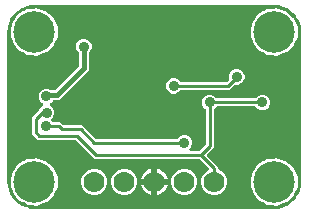
<source format=gbr>
G04 EAGLE Gerber RS-274X export*
G75*
%MOMM*%
%FSLAX34Y34*%
%LPD*%
%INBottom Copper*%
%IPPOS*%
%AMOC8*
5,1,8,0,0,1.08239X$1,22.5*%
G01*
%ADD10C,3.516000*%
%ADD11C,1.778000*%
%ADD12C,0.906400*%
%ADD13C,0.254000*%
%ADD14C,0.889000*%
%ADD15C,0.406400*%

G36*
X228622Y2543D02*
X228622Y2543D01*
X228700Y2545D01*
X232077Y2810D01*
X232145Y2824D01*
X232214Y2829D01*
X232370Y2869D01*
X238794Y4956D01*
X238901Y5006D01*
X239012Y5050D01*
X239063Y5083D01*
X239082Y5091D01*
X239097Y5104D01*
X239148Y5136D01*
X244612Y9107D01*
X244699Y9188D01*
X244746Y9227D01*
X244752Y9231D01*
X244753Y9233D01*
X244791Y9264D01*
X244829Y9310D01*
X244844Y9324D01*
X244855Y9342D01*
X244893Y9388D01*
X246586Y11717D01*
X246599Y11741D01*
X246616Y11761D01*
X246675Y11880D01*
X246739Y11996D01*
X246746Y12022D01*
X246758Y12046D01*
X246785Y12174D01*
X246799Y12185D01*
X246823Y12196D01*
X246925Y12281D01*
X247031Y12361D01*
X247048Y12381D01*
X247068Y12398D01*
X247171Y12522D01*
X248864Y14852D01*
X248921Y14956D01*
X248985Y15056D01*
X249007Y15113D01*
X249017Y15131D01*
X249022Y15151D01*
X249044Y15206D01*
X251131Y21630D01*
X251144Y21698D01*
X251167Y21764D01*
X251190Y21923D01*
X251455Y25300D01*
X251455Y25304D01*
X251456Y25307D01*
X251455Y25326D01*
X251459Y25400D01*
X251459Y152400D01*
X251457Y152422D01*
X251455Y152500D01*
X251190Y155877D01*
X251176Y155945D01*
X251171Y156014D01*
X251131Y156170D01*
X249044Y162594D01*
X248993Y162701D01*
X248950Y162812D01*
X248917Y162863D01*
X248909Y162882D01*
X248896Y162897D01*
X248864Y162948D01*
X247171Y165278D01*
X247153Y165297D01*
X247139Y165320D01*
X247044Y165413D01*
X246953Y165509D01*
X246931Y165524D01*
X246912Y165542D01*
X246798Y165608D01*
X246792Y165624D01*
X246789Y165651D01*
X246740Y165775D01*
X246697Y165900D01*
X246682Y165922D01*
X246672Y165947D01*
X246586Y166083D01*
X244893Y168412D01*
X244812Y168499D01*
X244736Y168591D01*
X244690Y168629D01*
X244676Y168644D01*
X244658Y168655D01*
X244612Y168693D01*
X239148Y172664D01*
X239044Y172721D01*
X238944Y172785D01*
X238887Y172807D01*
X238869Y172817D01*
X238849Y172822D01*
X238794Y172844D01*
X232370Y174931D01*
X232302Y174944D01*
X232236Y174967D01*
X232077Y174990D01*
X228700Y175255D01*
X228678Y175254D01*
X228600Y175259D01*
X25400Y175259D01*
X25378Y175257D01*
X25300Y175255D01*
X21923Y174990D01*
X21855Y174976D01*
X21786Y174971D01*
X21630Y174931D01*
X18892Y174041D01*
X18867Y174030D01*
X18842Y174024D01*
X18724Y173963D01*
X18604Y173906D01*
X18583Y173889D01*
X18560Y173877D01*
X18462Y173789D01*
X18445Y173788D01*
X18418Y173793D01*
X18286Y173785D01*
X18153Y173783D01*
X18127Y173775D01*
X18101Y173774D01*
X17945Y173734D01*
X15206Y172844D01*
X15099Y172794D01*
X14988Y172750D01*
X14937Y172717D01*
X14918Y172709D01*
X14903Y172696D01*
X14852Y172664D01*
X9388Y168693D01*
X9301Y168612D01*
X9209Y168536D01*
X9171Y168490D01*
X9156Y168476D01*
X9145Y168458D01*
X9107Y168412D01*
X5136Y162948D01*
X5079Y162844D01*
X5015Y162744D01*
X4993Y162687D01*
X4983Y162669D01*
X4978Y162649D01*
X4956Y162594D01*
X2869Y156170D01*
X2856Y156102D01*
X2833Y156036D01*
X2810Y155877D01*
X2545Y152500D01*
X2546Y152478D01*
X2541Y152400D01*
X2541Y25400D01*
X2543Y25378D01*
X2545Y25300D01*
X2810Y21923D01*
X2824Y21855D01*
X2829Y21786D01*
X2869Y21630D01*
X4956Y15206D01*
X5006Y15099D01*
X5050Y14988D01*
X5083Y14937D01*
X5091Y14918D01*
X5104Y14903D01*
X5136Y14852D01*
X9107Y9388D01*
X9127Y9366D01*
X9138Y9348D01*
X9184Y9305D01*
X9188Y9301D01*
X9264Y9209D01*
X9310Y9171D01*
X9324Y9156D01*
X9342Y9145D01*
X9388Y9107D01*
X14852Y5136D01*
X14956Y5079D01*
X15056Y5015D01*
X15113Y4993D01*
X15131Y4983D01*
X15151Y4978D01*
X15206Y4956D01*
X17945Y4066D01*
X17971Y4061D01*
X17996Y4051D01*
X18127Y4031D01*
X18257Y4006D01*
X18284Y4008D01*
X18310Y4004D01*
X18441Y4018D01*
X18455Y4008D01*
X18474Y3989D01*
X18585Y3917D01*
X18694Y3842D01*
X18719Y3832D01*
X18742Y3818D01*
X18891Y3759D01*
X21630Y2869D01*
X21698Y2856D01*
X21764Y2833D01*
X21923Y2810D01*
X25300Y2545D01*
X25322Y2546D01*
X25400Y2541D01*
X228600Y2541D01*
X228622Y2543D01*
G37*
%LPC*%
G36*
X175627Y14477D02*
X175627Y14477D01*
X171613Y16140D01*
X168540Y19213D01*
X166877Y23227D01*
X166877Y27573D01*
X168540Y31587D01*
X171613Y34660D01*
X172465Y35013D01*
X172508Y35037D01*
X172555Y35054D01*
X172646Y35116D01*
X172741Y35170D01*
X172777Y35205D01*
X172818Y35233D01*
X172891Y35315D01*
X172969Y35392D01*
X172995Y35434D01*
X173028Y35471D01*
X173078Y35569D01*
X173136Y35663D01*
X173150Y35710D01*
X173173Y35754D01*
X173197Y35862D01*
X173229Y35967D01*
X173232Y36016D01*
X173242Y36065D01*
X173239Y36175D01*
X173244Y36284D01*
X173234Y36333D01*
X173233Y36383D01*
X173202Y36488D01*
X173180Y36596D01*
X173158Y36640D01*
X173144Y36688D01*
X173089Y36782D01*
X173040Y36881D01*
X173008Y36919D01*
X172983Y36962D01*
X172876Y37083D01*
X165374Y44586D01*
X165295Y44646D01*
X165223Y44714D01*
X165170Y44743D01*
X165122Y44780D01*
X165031Y44820D01*
X164945Y44868D01*
X164886Y44883D01*
X164831Y44907D01*
X164733Y44922D01*
X164637Y44947D01*
X164537Y44953D01*
X164516Y44957D01*
X164504Y44955D01*
X164476Y44957D01*
X76453Y44957D01*
X60823Y60588D01*
X60744Y60648D01*
X60672Y60716D01*
X60619Y60745D01*
X60571Y60782D01*
X60480Y60822D01*
X60394Y60870D01*
X60335Y60885D01*
X60280Y60909D01*
X60182Y60924D01*
X60086Y60949D01*
X59986Y60955D01*
X59965Y60959D01*
X59953Y60957D01*
X59925Y60959D01*
X28350Y60959D01*
X23367Y65942D01*
X23367Y80108D01*
X25674Y82414D01*
X29474Y86215D01*
X29480Y86222D01*
X29487Y86228D01*
X29577Y86348D01*
X29669Y86466D01*
X29673Y86475D01*
X29679Y86482D01*
X29749Y86627D01*
X30221Y87765D01*
X32067Y89611D01*
X32278Y89699D01*
X32399Y89767D01*
X32522Y89832D01*
X32537Y89846D01*
X32554Y89856D01*
X32654Y89953D01*
X32757Y90046D01*
X32768Y90063D01*
X32783Y90077D01*
X32855Y90196D01*
X32932Y90312D01*
X32938Y90331D01*
X32949Y90348D01*
X32990Y90482D01*
X33035Y90613D01*
X33037Y90633D01*
X33043Y90652D01*
X33049Y90791D01*
X33060Y90930D01*
X33057Y90950D01*
X33058Y90970D01*
X33030Y91106D01*
X33006Y91243D01*
X32997Y91262D01*
X32993Y91282D01*
X32932Y91407D01*
X32875Y91533D01*
X32863Y91549D01*
X32854Y91567D01*
X32763Y91673D01*
X32677Y91782D01*
X32660Y91794D01*
X32647Y91809D01*
X32534Y91889D01*
X32423Y91973D01*
X32397Y91985D01*
X32387Y91992D01*
X32368Y92000D01*
X32278Y92044D01*
X31841Y92225D01*
X29995Y94071D01*
X28995Y96484D01*
X28995Y99096D01*
X29995Y101509D01*
X31841Y103355D01*
X34254Y104355D01*
X36866Y104355D01*
X39366Y103319D01*
X39389Y103302D01*
X39480Y103262D01*
X39566Y103214D01*
X39625Y103199D01*
X39681Y103175D01*
X39779Y103160D01*
X39874Y103135D01*
X39974Y103129D01*
X39995Y103125D01*
X40007Y103127D01*
X40035Y103125D01*
X42241Y103125D01*
X42339Y103137D01*
X42438Y103140D01*
X42496Y103157D01*
X42556Y103165D01*
X42648Y103201D01*
X42743Y103229D01*
X42795Y103259D01*
X42852Y103282D01*
X42932Y103340D01*
X43017Y103390D01*
X43093Y103456D01*
X43109Y103468D01*
X43117Y103478D01*
X43138Y103496D01*
X62874Y123232D01*
X62934Y123310D01*
X63002Y123382D01*
X63031Y123435D01*
X63068Y123483D01*
X63108Y123574D01*
X63156Y123661D01*
X63171Y123719D01*
X63195Y123775D01*
X63210Y123873D01*
X63235Y123969D01*
X63241Y124069D01*
X63245Y124089D01*
X63243Y124101D01*
X63245Y124129D01*
X63245Y134332D01*
X63233Y134430D01*
X63230Y134529D01*
X63213Y134588D01*
X63205Y134648D01*
X63169Y134740D01*
X63141Y134835D01*
X63111Y134887D01*
X63088Y134943D01*
X63030Y135023D01*
X62980Y135109D01*
X62914Y135184D01*
X62902Y135201D01*
X62892Y135208D01*
X62874Y135230D01*
X61818Y136285D01*
X60832Y138665D01*
X60832Y141243D01*
X61818Y143623D01*
X63641Y145446D01*
X66021Y146432D01*
X68599Y146432D01*
X70979Y145446D01*
X72802Y143623D01*
X73788Y141243D01*
X73788Y138665D01*
X72802Y136285D01*
X71746Y135230D01*
X71686Y135151D01*
X71618Y135079D01*
X71589Y135026D01*
X71552Y134978D01*
X71512Y134887D01*
X71464Y134801D01*
X71449Y134742D01*
X71425Y134686D01*
X71410Y134588D01*
X71385Y134493D01*
X71379Y134393D01*
X71375Y134372D01*
X71377Y134360D01*
X71375Y134332D01*
X71375Y120236D01*
X46134Y94995D01*
X42356Y94995D01*
X42327Y94992D01*
X42297Y94994D01*
X42169Y94972D01*
X42041Y94955D01*
X42013Y94945D01*
X41984Y94940D01*
X41865Y94886D01*
X41745Y94838D01*
X41721Y94821D01*
X41694Y94809D01*
X41593Y94728D01*
X41488Y94652D01*
X41469Y94629D01*
X41446Y94610D01*
X41368Y94507D01*
X41285Y94407D01*
X41272Y94380D01*
X41254Y94356D01*
X41183Y94212D01*
X41125Y94071D01*
X39279Y92225D01*
X39068Y92138D01*
X38947Y92069D01*
X38824Y92004D01*
X38809Y91990D01*
X38792Y91980D01*
X38692Y91883D01*
X38589Y91790D01*
X38578Y91773D01*
X38563Y91759D01*
X38491Y91640D01*
X38414Y91524D01*
X38408Y91505D01*
X38397Y91488D01*
X38356Y91355D01*
X38311Y91223D01*
X38310Y91203D01*
X38304Y91184D01*
X38297Y91045D01*
X38286Y90906D01*
X38289Y90886D01*
X38288Y90866D01*
X38316Y90730D01*
X38340Y90593D01*
X38349Y90574D01*
X38353Y90555D01*
X38414Y90429D01*
X38471Y90303D01*
X38483Y90287D01*
X38492Y90269D01*
X38583Y90163D01*
X38669Y90054D01*
X38686Y90042D01*
X38699Y90027D01*
X38812Y89947D01*
X38924Y89863D01*
X38949Y89851D01*
X38959Y89844D01*
X38978Y89837D01*
X39068Y89792D01*
X39505Y89611D01*
X41351Y87765D01*
X42351Y85352D01*
X42351Y82740D01*
X41351Y80327D01*
X40026Y79003D01*
X39953Y78908D01*
X39875Y78819D01*
X39856Y78783D01*
X39832Y78751D01*
X39784Y78642D01*
X39730Y78536D01*
X39721Y78497D01*
X39705Y78459D01*
X39686Y78342D01*
X39660Y78226D01*
X39662Y78185D01*
X39655Y78145D01*
X39666Y78027D01*
X39670Y77908D01*
X39681Y77869D01*
X39685Y77829D01*
X39725Y77716D01*
X39758Y77602D01*
X39779Y77568D01*
X39793Y77529D01*
X39860Y77431D01*
X39920Y77328D01*
X39960Y77283D01*
X39971Y77266D01*
X39987Y77253D01*
X40026Y77208D01*
X41169Y76064D01*
X41248Y76004D01*
X41320Y75936D01*
X41373Y75907D01*
X41421Y75870D01*
X41512Y75830D01*
X41598Y75782D01*
X41657Y75767D01*
X41713Y75743D01*
X41811Y75728D01*
X41906Y75703D01*
X42006Y75697D01*
X42027Y75693D01*
X42039Y75695D01*
X42067Y75693D01*
X47320Y75693D01*
X49488Y73524D01*
X49566Y73464D01*
X49638Y73396D01*
X49691Y73367D01*
X49739Y73330D01*
X49830Y73290D01*
X49917Y73242D01*
X49975Y73227D01*
X50031Y73203D01*
X50129Y73188D01*
X50225Y73163D01*
X50325Y73157D01*
X50345Y73153D01*
X50357Y73155D01*
X50385Y73153D01*
X66138Y73153D01*
X77196Y62094D01*
X77275Y62034D01*
X77347Y61966D01*
X77400Y61937D01*
X77448Y61900D01*
X77539Y61860D01*
X77625Y61812D01*
X77684Y61797D01*
X77739Y61773D01*
X77837Y61758D01*
X77933Y61733D01*
X78033Y61727D01*
X78054Y61723D01*
X78066Y61725D01*
X78094Y61723D01*
X145893Y61723D01*
X145991Y61735D01*
X146090Y61738D01*
X146148Y61755D01*
X146209Y61763D01*
X146301Y61799D01*
X146396Y61827D01*
X146448Y61857D01*
X146504Y61880D01*
X146584Y61938D01*
X146670Y61988D01*
X146745Y62054D01*
X146762Y62066D01*
X146769Y62076D01*
X146791Y62094D01*
X148681Y63985D01*
X151094Y64985D01*
X153706Y64985D01*
X156119Y63985D01*
X157965Y62139D01*
X158965Y59726D01*
X158965Y57114D01*
X157965Y54701D01*
X156993Y53729D01*
X156909Y53620D01*
X156820Y53513D01*
X156811Y53494D01*
X156798Y53478D01*
X156743Y53351D01*
X156684Y53225D01*
X156680Y53205D01*
X156672Y53186D01*
X156650Y53048D01*
X156624Y52912D01*
X156625Y52892D01*
X156622Y52872D01*
X156635Y52733D01*
X156644Y52595D01*
X156650Y52576D01*
X156652Y52556D01*
X156699Y52424D01*
X156742Y52293D01*
X156753Y52275D01*
X156760Y52256D01*
X156838Y52141D01*
X156912Y52024D01*
X156927Y52010D01*
X156938Y51993D01*
X157042Y51901D01*
X157144Y51806D01*
X157162Y51796D01*
X157177Y51783D01*
X157300Y51720D01*
X157422Y51652D01*
X157442Y51647D01*
X157460Y51638D01*
X157596Y51608D01*
X157730Y51573D01*
X157758Y51571D01*
X157770Y51568D01*
X157791Y51569D01*
X157891Y51563D01*
X164476Y51563D01*
X164574Y51575D01*
X164673Y51578D01*
X164732Y51595D01*
X164792Y51603D01*
X164884Y51639D01*
X164979Y51667D01*
X165031Y51697D01*
X165087Y51720D01*
X165167Y51778D01*
X165253Y51828D01*
X165328Y51894D01*
X165345Y51906D01*
X165353Y51916D01*
X165374Y51934D01*
X170126Y56686D01*
X170186Y56765D01*
X170254Y56837D01*
X170283Y56890D01*
X170320Y56938D01*
X170360Y57029D01*
X170408Y57115D01*
X170423Y57174D01*
X170447Y57229D01*
X170462Y57327D01*
X170487Y57423D01*
X170493Y57523D01*
X170497Y57544D01*
X170495Y57556D01*
X170497Y57584D01*
X170497Y86203D01*
X170485Y86301D01*
X170482Y86400D01*
X170465Y86458D01*
X170457Y86519D01*
X170421Y86611D01*
X170393Y86706D01*
X170363Y86758D01*
X170340Y86814D01*
X170282Y86894D01*
X170232Y86980D01*
X170166Y87055D01*
X170154Y87072D01*
X170144Y87079D01*
X170126Y87101D01*
X168235Y88991D01*
X167235Y91404D01*
X167235Y94016D01*
X168235Y96429D01*
X170081Y98275D01*
X172494Y99275D01*
X175106Y99275D01*
X177519Y98275D01*
X179409Y96384D01*
X179488Y96324D01*
X179560Y96256D01*
X179613Y96227D01*
X179661Y96190D01*
X179752Y96150D01*
X179838Y96102D01*
X179897Y96087D01*
X179953Y96063D01*
X180051Y96048D01*
X180146Y96023D01*
X180246Y96017D01*
X180267Y96013D01*
X180279Y96015D01*
X180307Y96013D01*
X211933Y96013D01*
X212031Y96025D01*
X212130Y96028D01*
X212188Y96045D01*
X212249Y96053D01*
X212341Y96089D01*
X212436Y96117D01*
X212488Y96147D01*
X212544Y96170D01*
X212624Y96228D01*
X212710Y96278D01*
X212785Y96344D01*
X212802Y96356D01*
X212809Y96366D01*
X212831Y96384D01*
X214721Y98275D01*
X217134Y99275D01*
X219746Y99275D01*
X222159Y98275D01*
X224005Y96429D01*
X225005Y94016D01*
X225005Y91404D01*
X224005Y88991D01*
X222159Y87145D01*
X219746Y86145D01*
X217134Y86145D01*
X214721Y87145D01*
X212831Y89036D01*
X212752Y89096D01*
X212680Y89164D01*
X212627Y89193D01*
X212579Y89230D01*
X212488Y89270D01*
X212402Y89318D01*
X212343Y89333D01*
X212287Y89357D01*
X212189Y89372D01*
X212094Y89397D01*
X211994Y89403D01*
X211973Y89407D01*
X211961Y89405D01*
X211933Y89407D01*
X180307Y89407D01*
X180209Y89395D01*
X180110Y89392D01*
X180052Y89375D01*
X179991Y89367D01*
X179899Y89331D01*
X179804Y89303D01*
X179752Y89273D01*
X179696Y89250D01*
X179616Y89192D01*
X179530Y89142D01*
X179455Y89076D01*
X179438Y89064D01*
X179431Y89054D01*
X179409Y89036D01*
X177474Y87101D01*
X177414Y87022D01*
X177346Y86950D01*
X177317Y86897D01*
X177280Y86849D01*
X177240Y86758D01*
X177192Y86672D01*
X177177Y86613D01*
X177153Y86557D01*
X177138Y86459D01*
X177113Y86364D01*
X177107Y86264D01*
X177103Y86243D01*
X177105Y86231D01*
X177103Y86203D01*
X177103Y54322D01*
X171938Y49158D01*
X171865Y49063D01*
X171787Y48974D01*
X171768Y48938D01*
X171743Y48906D01*
X171696Y48797D01*
X171642Y48691D01*
X171633Y48652D01*
X171617Y48614D01*
X171598Y48497D01*
X171572Y48381D01*
X171573Y48340D01*
X171567Y48300D01*
X171578Y48182D01*
X171582Y48063D01*
X171593Y48024D01*
X171597Y47984D01*
X171637Y47871D01*
X171670Y47757D01*
X171691Y47723D01*
X171705Y47684D01*
X171771Y47586D01*
X171832Y47483D01*
X171872Y47438D01*
X171883Y47421D01*
X171898Y47408D01*
X171938Y47363D01*
X181103Y38198D01*
X181103Y36703D01*
X181106Y36673D01*
X181104Y36644D01*
X181126Y36516D01*
X181143Y36387D01*
X181153Y36360D01*
X181158Y36331D01*
X181212Y36212D01*
X181260Y36091D01*
X181277Y36068D01*
X181289Y36041D01*
X181370Y35939D01*
X181446Y35834D01*
X181469Y35815D01*
X181488Y35792D01*
X181591Y35714D01*
X181691Y35631D01*
X181718Y35619D01*
X181742Y35601D01*
X181886Y35530D01*
X183987Y34660D01*
X187060Y31587D01*
X188723Y27573D01*
X188723Y23227D01*
X187060Y19213D01*
X183987Y16140D01*
X179973Y14477D01*
X175627Y14477D01*
G37*
%LPD*%
%LPC*%
G36*
X23676Y132780D02*
X23676Y132780D01*
X23658Y132780D01*
X23543Y132787D01*
X21499Y132787D01*
X20951Y133014D01*
X20853Y133041D01*
X20757Y133077D01*
X20665Y133092D01*
X20644Y133098D01*
X20631Y133098D01*
X20598Y133104D01*
X19179Y133253D01*
X16215Y134964D01*
X16212Y134965D01*
X16210Y134967D01*
X16066Y135038D01*
X14290Y135773D01*
X13693Y136370D01*
X13626Y136422D01*
X13565Y136483D01*
X13451Y136558D01*
X13442Y136565D01*
X13438Y136567D01*
X13431Y136572D01*
X11929Y137439D01*
X10139Y139903D01*
X10126Y139917D01*
X10116Y139933D01*
X10009Y140054D01*
X8773Y141290D01*
X8357Y142296D01*
X8322Y142356D01*
X8297Y142420D01*
X8211Y142556D01*
X7008Y144211D01*
X6447Y146850D01*
X6436Y146883D01*
X6431Y146919D01*
X6379Y147071D01*
X5787Y148499D01*
X5787Y149822D01*
X5781Y149874D01*
X5783Y149926D01*
X5760Y150086D01*
X5268Y152400D01*
X5760Y154714D01*
X5764Y154767D01*
X5777Y154818D01*
X5787Y154978D01*
X5787Y156301D01*
X6379Y157729D01*
X6388Y157763D01*
X6404Y157795D01*
X6447Y157950D01*
X7008Y160589D01*
X8211Y162244D01*
X8244Y162305D01*
X8286Y162360D01*
X8357Y162504D01*
X8773Y163510D01*
X10009Y164746D01*
X10021Y164761D01*
X10036Y164773D01*
X10139Y164897D01*
X11929Y167361D01*
X13431Y168228D01*
X13499Y168280D01*
X13573Y168324D01*
X13675Y168414D01*
X13684Y168421D01*
X13687Y168424D01*
X13693Y168430D01*
X14290Y169027D01*
X16066Y169762D01*
X16068Y169764D01*
X16070Y169764D01*
X16215Y169836D01*
X18972Y171428D01*
X18993Y171444D01*
X19017Y171455D01*
X19119Y171540D01*
X19166Y171575D01*
X19203Y171568D01*
X19229Y171569D01*
X19256Y171565D01*
X19416Y171572D01*
X20598Y171696D01*
X20698Y171720D01*
X20799Y171734D01*
X20887Y171764D01*
X20908Y171769D01*
X20920Y171775D01*
X20951Y171786D01*
X21499Y172013D01*
X23543Y172013D01*
X23560Y172015D01*
X23676Y172020D01*
X27504Y172422D01*
X28573Y172075D01*
X28690Y172053D01*
X28805Y172023D01*
X28865Y172019D01*
X28885Y172015D01*
X28906Y172017D01*
X28965Y172013D01*
X29301Y172013D01*
X31209Y171223D01*
X31230Y171217D01*
X31302Y171188D01*
X35466Y169835D01*
X36078Y169285D01*
X36188Y169208D01*
X36297Y169126D01*
X36327Y169111D01*
X36339Y169103D01*
X36359Y169096D01*
X36441Y169055D01*
X36510Y169027D01*
X37805Y167732D01*
X37819Y167721D01*
X37853Y167686D01*
X41687Y164234D01*
X41900Y163756D01*
X41979Y163626D01*
X42250Y162972D01*
X42255Y162963D01*
X42263Y162941D01*
X45092Y156586D01*
X45092Y148214D01*
X42263Y141859D01*
X42260Y141849D01*
X42250Y141828D01*
X41994Y141211D01*
X41975Y141187D01*
X41970Y141179D01*
X41968Y141175D01*
X41963Y141165D01*
X41900Y141044D01*
X41687Y140566D01*
X37853Y137114D01*
X37841Y137100D01*
X37804Y137068D01*
X36510Y135773D01*
X36441Y135745D01*
X36324Y135678D01*
X36204Y135615D01*
X36177Y135594D01*
X36165Y135587D01*
X36149Y135572D01*
X36078Y135515D01*
X35466Y134965D01*
X31302Y133612D01*
X31283Y133603D01*
X31209Y133577D01*
X29301Y132787D01*
X28965Y132787D01*
X28848Y132772D01*
X28729Y132765D01*
X28670Y132750D01*
X28650Y132747D01*
X28631Y132740D01*
X28573Y132725D01*
X27504Y132378D01*
X23676Y132780D01*
G37*
%LPD*%
%LPC*%
G36*
X226876Y132780D02*
X226876Y132780D01*
X226858Y132780D01*
X226743Y132787D01*
X224699Y132787D01*
X224151Y133014D01*
X224052Y133041D01*
X223957Y133077D01*
X223865Y133092D01*
X223844Y133098D01*
X223831Y133098D01*
X223798Y133104D01*
X222379Y133253D01*
X219415Y134964D01*
X219413Y134965D01*
X219410Y134967D01*
X219266Y135038D01*
X217490Y135773D01*
X216893Y136370D01*
X216826Y136422D01*
X216765Y136483D01*
X216651Y136558D01*
X216642Y136565D01*
X216638Y136567D01*
X216631Y136572D01*
X215129Y137439D01*
X213339Y139903D01*
X213326Y139917D01*
X213316Y139933D01*
X213209Y140054D01*
X211973Y141290D01*
X211557Y142296D01*
X211522Y142356D01*
X211497Y142420D01*
X211411Y142556D01*
X210208Y144211D01*
X209647Y146849D01*
X209636Y146883D01*
X209631Y146919D01*
X209579Y147071D01*
X208987Y148499D01*
X208987Y149822D01*
X208981Y149874D01*
X208983Y149926D01*
X208960Y150086D01*
X208468Y152400D01*
X208960Y154714D01*
X208964Y154767D01*
X208977Y154817D01*
X208987Y154978D01*
X208987Y156301D01*
X209579Y157729D01*
X209588Y157763D01*
X209604Y157795D01*
X209647Y157951D01*
X210208Y160589D01*
X211411Y162244D01*
X211444Y162305D01*
X211486Y162360D01*
X211557Y162504D01*
X211973Y163510D01*
X213209Y164746D01*
X213221Y164761D01*
X213236Y164773D01*
X213339Y164897D01*
X215129Y167361D01*
X216631Y168228D01*
X216699Y168280D01*
X216773Y168324D01*
X216875Y168414D01*
X216884Y168421D01*
X216887Y168424D01*
X216893Y168430D01*
X217490Y169027D01*
X219266Y169762D01*
X219268Y169764D01*
X219271Y169764D01*
X219415Y169836D01*
X222379Y171547D01*
X223798Y171696D01*
X223898Y171720D01*
X223999Y171734D01*
X224087Y171764D01*
X224108Y171769D01*
X224120Y171775D01*
X224151Y171786D01*
X224699Y172013D01*
X226743Y172013D01*
X226760Y172015D01*
X226876Y172020D01*
X230704Y172422D01*
X231773Y172075D01*
X231890Y172053D01*
X232005Y172023D01*
X232065Y172019D01*
X232085Y172015D01*
X232106Y172017D01*
X232165Y172013D01*
X232501Y172013D01*
X234409Y171222D01*
X234430Y171217D01*
X234503Y171188D01*
X238666Y169835D01*
X239278Y169285D01*
X239389Y169207D01*
X239497Y169126D01*
X239527Y169111D01*
X239539Y169103D01*
X239559Y169096D01*
X239641Y169055D01*
X239710Y169027D01*
X241005Y167732D01*
X241019Y167721D01*
X241053Y167686D01*
X244710Y164393D01*
X244732Y164378D01*
X244750Y164359D01*
X244862Y164288D01*
X244910Y164254D01*
X244914Y164217D01*
X244924Y164192D01*
X244929Y164166D01*
X244985Y164015D01*
X245100Y163756D01*
X245179Y163626D01*
X245450Y162971D01*
X245455Y162962D01*
X245463Y162941D01*
X248292Y156586D01*
X248292Y148214D01*
X245463Y141859D01*
X245460Y141849D01*
X245450Y141829D01*
X245194Y141211D01*
X245175Y141187D01*
X245170Y141179D01*
X245168Y141175D01*
X245163Y141164D01*
X245100Y141044D01*
X244887Y140566D01*
X241053Y137114D01*
X241041Y137100D01*
X241005Y137068D01*
X239710Y135773D01*
X239641Y135745D01*
X239524Y135678D01*
X239404Y135615D01*
X239377Y135594D01*
X239365Y135587D01*
X239350Y135572D01*
X239278Y135515D01*
X238666Y134965D01*
X234502Y133612D01*
X234483Y133603D01*
X234409Y133577D01*
X232501Y132787D01*
X232165Y132787D01*
X232047Y132772D01*
X231929Y132765D01*
X231870Y132750D01*
X231850Y132747D01*
X231831Y132740D01*
X231773Y132725D01*
X230704Y132378D01*
X226876Y132780D01*
G37*
%LPD*%
%LPC*%
G36*
X226876Y5780D02*
X226876Y5780D01*
X226858Y5780D01*
X226743Y5787D01*
X224699Y5787D01*
X224151Y6014D01*
X224052Y6041D01*
X223957Y6077D01*
X223865Y6092D01*
X223844Y6098D01*
X223831Y6098D01*
X223798Y6104D01*
X222379Y6253D01*
X219415Y7964D01*
X219413Y7965D01*
X219410Y7967D01*
X219266Y8038D01*
X217490Y8773D01*
X216893Y9370D01*
X216826Y9422D01*
X216765Y9483D01*
X216651Y9558D01*
X216642Y9565D01*
X216638Y9567D01*
X216631Y9572D01*
X215129Y10439D01*
X213339Y12903D01*
X213326Y12917D01*
X213316Y12933D01*
X213209Y13054D01*
X211973Y14290D01*
X211557Y15296D01*
X211522Y15356D01*
X211497Y15420D01*
X211411Y15556D01*
X210208Y17211D01*
X209647Y19849D01*
X209636Y19883D01*
X209631Y19919D01*
X209579Y20071D01*
X208987Y21499D01*
X208987Y22822D01*
X208981Y22874D01*
X208983Y22926D01*
X208960Y23086D01*
X208468Y25400D01*
X208960Y27714D01*
X208964Y27767D01*
X208977Y27817D01*
X208987Y27978D01*
X208987Y29301D01*
X209579Y30729D01*
X209588Y30763D01*
X209604Y30795D01*
X209647Y30951D01*
X210208Y33589D01*
X211411Y35244D01*
X211444Y35305D01*
X211486Y35360D01*
X211557Y35504D01*
X211973Y36510D01*
X213209Y37746D01*
X213221Y37761D01*
X213236Y37773D01*
X213339Y37897D01*
X215129Y40361D01*
X216631Y41228D01*
X216699Y41280D01*
X216773Y41324D01*
X216875Y41414D01*
X216884Y41421D01*
X216887Y41424D01*
X216893Y41430D01*
X217490Y42027D01*
X219266Y42762D01*
X219268Y42764D01*
X219271Y42764D01*
X219415Y42836D01*
X222379Y44547D01*
X223798Y44696D01*
X223898Y44720D01*
X223999Y44734D01*
X224087Y44764D01*
X224108Y44769D01*
X224120Y44775D01*
X224151Y44786D01*
X224699Y45013D01*
X226743Y45013D01*
X226760Y45015D01*
X226876Y45020D01*
X230704Y45422D01*
X231773Y45075D01*
X231890Y45053D01*
X232005Y45023D01*
X232065Y45019D01*
X232085Y45015D01*
X232106Y45017D01*
X232165Y45013D01*
X232501Y45013D01*
X234409Y44222D01*
X234430Y44217D01*
X234503Y44188D01*
X238666Y42835D01*
X239278Y42285D01*
X239389Y42207D01*
X239497Y42126D01*
X239527Y42111D01*
X239539Y42103D01*
X239559Y42096D01*
X239641Y42055D01*
X239710Y42027D01*
X241005Y40732D01*
X241019Y40721D01*
X241053Y40686D01*
X244887Y37234D01*
X245100Y36756D01*
X245179Y36626D01*
X245450Y35971D01*
X245455Y35962D01*
X245463Y35941D01*
X248292Y29586D01*
X248292Y21214D01*
X245463Y14859D01*
X245460Y14849D01*
X245450Y14829D01*
X245194Y14211D01*
X245175Y14187D01*
X245170Y14178D01*
X245168Y14175D01*
X245163Y14165D01*
X245100Y14044D01*
X244985Y13785D01*
X244977Y13759D01*
X244964Y13736D01*
X244931Y13607D01*
X244914Y13552D01*
X244880Y13536D01*
X244860Y13519D01*
X244836Y13507D01*
X244710Y13407D01*
X241053Y10114D01*
X241041Y10100D01*
X241005Y10068D01*
X239710Y8773D01*
X239641Y8745D01*
X239524Y8678D01*
X239404Y8615D01*
X239377Y8594D01*
X239365Y8587D01*
X239350Y8572D01*
X239278Y8515D01*
X238666Y7965D01*
X234502Y6612D01*
X234483Y6603D01*
X234409Y6577D01*
X232501Y5787D01*
X232165Y5787D01*
X232047Y5772D01*
X231929Y5765D01*
X231870Y5750D01*
X231850Y5747D01*
X231831Y5740D01*
X231773Y5725D01*
X230704Y5378D01*
X226876Y5780D01*
G37*
%LPD*%
%LPC*%
G36*
X23676Y5780D02*
X23676Y5780D01*
X23658Y5780D01*
X23543Y5787D01*
X21499Y5787D01*
X20951Y6014D01*
X20852Y6041D01*
X20757Y6077D01*
X20665Y6092D01*
X20644Y6098D01*
X20631Y6098D01*
X20598Y6104D01*
X19416Y6228D01*
X19390Y6227D01*
X19364Y6232D01*
X19231Y6224D01*
X19173Y6223D01*
X19147Y6250D01*
X19125Y6265D01*
X19106Y6283D01*
X18972Y6372D01*
X16215Y7964D01*
X16213Y7965D01*
X16210Y7967D01*
X16066Y8038D01*
X14290Y8773D01*
X13693Y9370D01*
X13626Y9422D01*
X13565Y9483D01*
X13451Y9558D01*
X13442Y9565D01*
X13438Y9567D01*
X13431Y9572D01*
X11929Y10439D01*
X10139Y12903D01*
X10126Y12917D01*
X10116Y12933D01*
X10009Y13054D01*
X8773Y14290D01*
X8357Y15296D01*
X8322Y15356D01*
X8297Y15420D01*
X8211Y15556D01*
X7008Y17211D01*
X6447Y19849D01*
X6436Y19883D01*
X6431Y19919D01*
X6379Y20071D01*
X5787Y21499D01*
X5787Y22822D01*
X5781Y22874D01*
X5783Y22926D01*
X5760Y23086D01*
X5268Y25400D01*
X5760Y27714D01*
X5764Y27767D01*
X5777Y27817D01*
X5787Y27978D01*
X5787Y29301D01*
X6379Y30729D01*
X6388Y30763D01*
X6404Y30795D01*
X6447Y30951D01*
X7008Y33589D01*
X8211Y35244D01*
X8244Y35305D01*
X8286Y35360D01*
X8357Y35504D01*
X8773Y36510D01*
X10009Y37746D01*
X10021Y37761D01*
X10036Y37773D01*
X10139Y37897D01*
X11929Y40361D01*
X13431Y41228D01*
X13499Y41280D01*
X13573Y41324D01*
X13675Y41414D01*
X13684Y41421D01*
X13687Y41424D01*
X13693Y41430D01*
X14290Y42027D01*
X16066Y42762D01*
X16068Y42764D01*
X16071Y42764D01*
X16215Y42836D01*
X19179Y44547D01*
X20598Y44696D01*
X20698Y44720D01*
X20799Y44734D01*
X20887Y44764D01*
X20908Y44769D01*
X20920Y44775D01*
X20951Y44786D01*
X21499Y45013D01*
X23543Y45013D01*
X23560Y45015D01*
X23676Y45020D01*
X27504Y45422D01*
X28573Y45075D01*
X28690Y45053D01*
X28805Y45023D01*
X28865Y45019D01*
X28885Y45015D01*
X28906Y45017D01*
X28965Y45013D01*
X29301Y45013D01*
X31209Y44222D01*
X31230Y44217D01*
X31303Y44188D01*
X35466Y42835D01*
X36078Y42285D01*
X36189Y42207D01*
X36297Y42126D01*
X36327Y42111D01*
X36339Y42103D01*
X36359Y42096D01*
X36441Y42055D01*
X36510Y42027D01*
X37805Y40732D01*
X37819Y40721D01*
X37853Y40686D01*
X41687Y37234D01*
X41900Y36756D01*
X41979Y36626D01*
X42250Y35971D01*
X42255Y35962D01*
X42263Y35941D01*
X45092Y29586D01*
X45092Y21214D01*
X42263Y14859D01*
X42260Y14849D01*
X42250Y14829D01*
X41994Y14211D01*
X41975Y14187D01*
X41970Y14179D01*
X41968Y14175D01*
X41963Y14164D01*
X41900Y14044D01*
X41687Y13566D01*
X37853Y10114D01*
X37841Y10100D01*
X37805Y10068D01*
X36510Y8773D01*
X36441Y8745D01*
X36324Y8678D01*
X36204Y8615D01*
X36177Y8594D01*
X36165Y8587D01*
X36150Y8572D01*
X36078Y8515D01*
X35466Y7965D01*
X31302Y6612D01*
X31283Y6603D01*
X31209Y6577D01*
X29301Y5787D01*
X28965Y5787D01*
X28847Y5772D01*
X28729Y5765D01*
X28670Y5750D01*
X28650Y5747D01*
X28631Y5740D01*
X28573Y5725D01*
X27504Y5378D01*
X23676Y5780D01*
G37*
%LPD*%
%LPC*%
G36*
X142221Y100202D02*
X142221Y100202D01*
X139841Y101188D01*
X138018Y103011D01*
X137032Y105391D01*
X137032Y107969D01*
X138018Y110349D01*
X139841Y112172D01*
X142221Y113158D01*
X144799Y113158D01*
X147179Y112172D01*
X148996Y110354D01*
X149075Y110294D01*
X149147Y110226D01*
X149200Y110197D01*
X149248Y110160D01*
X149339Y110120D01*
X149425Y110072D01*
X149484Y110057D01*
X149540Y110033D01*
X149638Y110018D01*
X149733Y109993D01*
X149833Y109987D01*
X149854Y109983D01*
X149866Y109985D01*
X149894Y109983D01*
X187336Y109983D01*
X187434Y109995D01*
X187533Y109998D01*
X187592Y110015D01*
X187652Y110023D01*
X187744Y110059D01*
X187839Y110087D01*
X187891Y110117D01*
X187947Y110140D01*
X188027Y110198D01*
X188113Y110248D01*
X188188Y110314D01*
X188205Y110326D01*
X188213Y110336D01*
X188234Y110354D01*
X189914Y112034D01*
X189974Y112113D01*
X190042Y112185D01*
X190071Y112238D01*
X190108Y112286D01*
X190148Y112377D01*
X190196Y112463D01*
X190211Y112522D01*
X190235Y112577D01*
X190250Y112675D01*
X190275Y112771D01*
X190281Y112871D01*
X190285Y112892D01*
X190283Y112904D01*
X190285Y112932D01*
X190285Y115606D01*
X191285Y118019D01*
X193131Y119865D01*
X195544Y120865D01*
X198156Y120865D01*
X200569Y119865D01*
X202415Y118019D01*
X203415Y115606D01*
X203415Y112994D01*
X202415Y110581D01*
X200569Y108735D01*
X198156Y107735D01*
X195482Y107735D01*
X195384Y107723D01*
X195285Y107720D01*
X195226Y107703D01*
X195166Y107695D01*
X195074Y107659D01*
X194979Y107631D01*
X194927Y107601D01*
X194871Y107578D01*
X194791Y107520D01*
X194705Y107470D01*
X194630Y107404D01*
X194613Y107392D01*
X194605Y107382D01*
X194584Y107364D01*
X190598Y103377D01*
X149894Y103377D01*
X149796Y103365D01*
X149697Y103362D01*
X149638Y103345D01*
X149578Y103337D01*
X149486Y103301D01*
X149391Y103273D01*
X149339Y103243D01*
X149283Y103220D01*
X149203Y103162D01*
X149117Y103112D01*
X149042Y103046D01*
X149025Y103034D01*
X149018Y103024D01*
X148996Y103006D01*
X147179Y101188D01*
X144799Y100202D01*
X142221Y100202D01*
G37*
%LPD*%
%LPC*%
G36*
X150227Y14477D02*
X150227Y14477D01*
X146213Y16140D01*
X143140Y19213D01*
X141477Y23227D01*
X141477Y27573D01*
X143140Y31587D01*
X146213Y34660D01*
X150227Y36323D01*
X154573Y36323D01*
X158587Y34660D01*
X161660Y31587D01*
X163323Y27573D01*
X163323Y23227D01*
X161660Y19213D01*
X158587Y16140D01*
X154573Y14477D01*
X150227Y14477D01*
G37*
%LPD*%
%LPC*%
G36*
X99427Y14477D02*
X99427Y14477D01*
X95413Y16140D01*
X92340Y19213D01*
X90677Y23227D01*
X90677Y27573D01*
X92340Y31587D01*
X95413Y34660D01*
X99427Y36323D01*
X103773Y36323D01*
X107787Y34660D01*
X110860Y31587D01*
X112523Y27573D01*
X112523Y23227D01*
X110860Y19213D01*
X107787Y16140D01*
X103773Y14477D01*
X99427Y14477D01*
G37*
%LPD*%
%LPC*%
G36*
X74027Y14477D02*
X74027Y14477D01*
X70013Y16140D01*
X66940Y19213D01*
X65277Y23227D01*
X65277Y27573D01*
X66940Y31587D01*
X70013Y34660D01*
X74027Y36323D01*
X78373Y36323D01*
X82387Y34660D01*
X85460Y31587D01*
X87123Y27573D01*
X87123Y23227D01*
X85460Y19213D01*
X82387Y16140D01*
X78373Y14477D01*
X74027Y14477D01*
G37*
%LPD*%
%LPC*%
G36*
X129499Y27899D02*
X129499Y27899D01*
X129499Y36577D01*
X129677Y36549D01*
X131388Y35993D01*
X132991Y35177D01*
X134447Y34119D01*
X135719Y32847D01*
X136777Y31391D01*
X137593Y29788D01*
X138149Y28077D01*
X138177Y27899D01*
X129499Y27899D01*
G37*
%LPD*%
%LPC*%
G36*
X115823Y27899D02*
X115823Y27899D01*
X115851Y28077D01*
X116407Y29788D01*
X117223Y31391D01*
X118281Y32847D01*
X119553Y34119D01*
X121009Y35177D01*
X122612Y35993D01*
X124323Y36549D01*
X124501Y36577D01*
X124501Y27899D01*
X115823Y27899D01*
G37*
%LPD*%
%LPC*%
G36*
X129499Y22901D02*
X129499Y22901D01*
X138177Y22901D01*
X138149Y22723D01*
X137593Y21012D01*
X136777Y19409D01*
X135719Y17953D01*
X134447Y16681D01*
X132991Y15623D01*
X131388Y14807D01*
X129677Y14251D01*
X129499Y14223D01*
X129499Y22901D01*
G37*
%LPD*%
%LPC*%
G36*
X124323Y14251D02*
X124323Y14251D01*
X122612Y14807D01*
X121009Y15623D01*
X119553Y16681D01*
X118281Y17953D01*
X117223Y19409D01*
X116407Y21012D01*
X115851Y22723D01*
X115823Y22901D01*
X124501Y22901D01*
X124501Y14223D01*
X124323Y14251D01*
G37*
%LPD*%
D10*
X25400Y152400D03*
X228600Y152400D03*
X25400Y25400D03*
X228600Y25400D03*
D11*
X76200Y25400D03*
X101600Y25400D03*
X127000Y25400D03*
X152400Y25400D03*
X177800Y25400D03*
D12*
X35560Y114300D03*
X220980Y72390D03*
X110490Y67310D03*
X81280Y97155D03*
X147320Y121920D03*
X35786Y84046D03*
D13*
X31976Y84046D01*
D12*
X218440Y92710D03*
D13*
X31976Y84046D02*
X26670Y78740D01*
X26670Y67310D01*
X29718Y64262D01*
X61819Y64262D01*
D12*
X173800Y92710D03*
D13*
X218440Y92710D01*
X173800Y92710D02*
X173800Y55690D01*
X166370Y48260D01*
X77821Y48260D01*
X61819Y64262D01*
X177800Y36830D02*
X177800Y25400D01*
X177800Y36830D02*
X166370Y48260D01*
D12*
X35560Y72390D03*
X152400Y58420D03*
D13*
X76200Y58420D01*
X64770Y69850D01*
X48492Y69850D01*
X45952Y72390D02*
X35560Y72390D01*
X45952Y72390D02*
X48492Y69850D01*
D12*
X196850Y114300D03*
D14*
X143510Y106680D03*
D13*
X189230Y106680D01*
X196850Y114300D01*
D15*
X35560Y99060D02*
X35560Y97790D01*
D12*
X35560Y97790D03*
D14*
X67310Y139954D03*
D15*
X67310Y121920D01*
X44450Y99060D02*
X35560Y99060D01*
X44450Y99060D02*
X67310Y121920D01*
M02*

</source>
